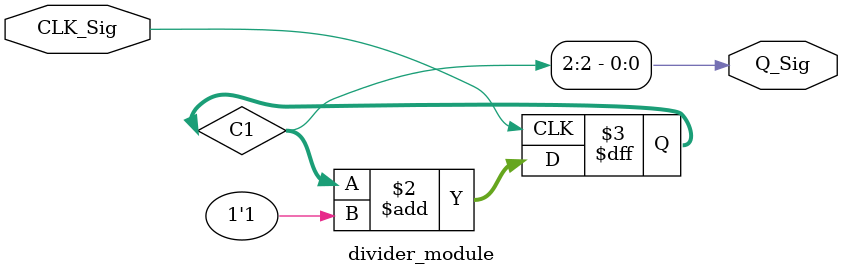
<source format=v>
module divider_module
(
    input CLK_Sig,
	 output Q_Sig
);
    
	 /*********************/
	 
	 reg [2:0]C1;
	 
	 always @ ( posedge CLK_Sig ) C1 <= C1 + 1'b1; 
				
	/***********************/
	
   assign Q_Sig = C1[2];
	
	/***********************/

endmodule

</source>
